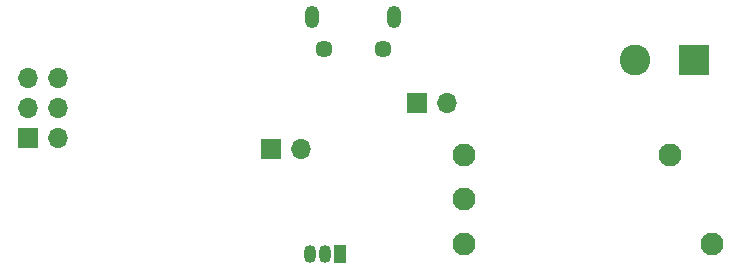
<source format=gbr>
%TF.GenerationSoftware,KiCad,Pcbnew,(6.0.0)*%
%TF.CreationDate,2022-12-29T02:02:28+02:00*%
%TF.ProjectId,greenhouse-doc,67726565-6e68-46f7-9573-652d646f632e,rev?*%
%TF.SameCoordinates,Original*%
%TF.FileFunction,Soldermask,Bot*%
%TF.FilePolarity,Negative*%
%FSLAX46Y46*%
G04 Gerber Fmt 4.6, Leading zero omitted, Abs format (unit mm)*
G04 Created by KiCad (PCBNEW (6.0.0)) date 2022-12-29 02:02:28*
%MOMM*%
%LPD*%
G01*
G04 APERTURE LIST*
%ADD10R,2.600000X2.600000*%
%ADD11C,2.600000*%
%ADD12C,1.450000*%
%ADD13O,1.200000X1.900000*%
%ADD14C,1.950000*%
%ADD15R,1.050000X1.500000*%
%ADD16O,1.050000X1.500000*%
%ADD17O,1.700000X1.700000*%
%ADD18R,1.700000X1.700000*%
G04 APERTURE END LIST*
D10*
%TO.C,J3*%
X151000000Y-61000000D03*
D11*
X146000000Y-61000000D03*
%TD*%
D12*
%TO.C,J1*%
X124650000Y-60062500D03*
D13*
X125650000Y-57362500D03*
D12*
X119650000Y-60062500D03*
D13*
X118650000Y-57362500D03*
%TD*%
D14*
%TO.C,K1*%
X131500000Y-76550000D03*
X152500000Y-76550000D03*
X149000000Y-69050000D03*
X131500000Y-69050000D03*
X131500000Y-72800000D03*
%TD*%
D15*
%TO.C,U2*%
X121070000Y-77400000D03*
D16*
X119800000Y-77400000D03*
X118530000Y-77400000D03*
%TD*%
D17*
%TO.C,J5*%
X117715000Y-68500000D03*
D18*
X115175000Y-68500000D03*
%TD*%
%TO.C,J4*%
X127600000Y-64600000D03*
D17*
X130140000Y-64600000D03*
%TD*%
D18*
%TO.C,J2*%
X94600000Y-67600000D03*
D17*
X97140000Y-67600000D03*
X94600000Y-65060000D03*
X97140000Y-65060000D03*
X94600000Y-62520000D03*
X97140000Y-62520000D03*
%TD*%
M02*

</source>
